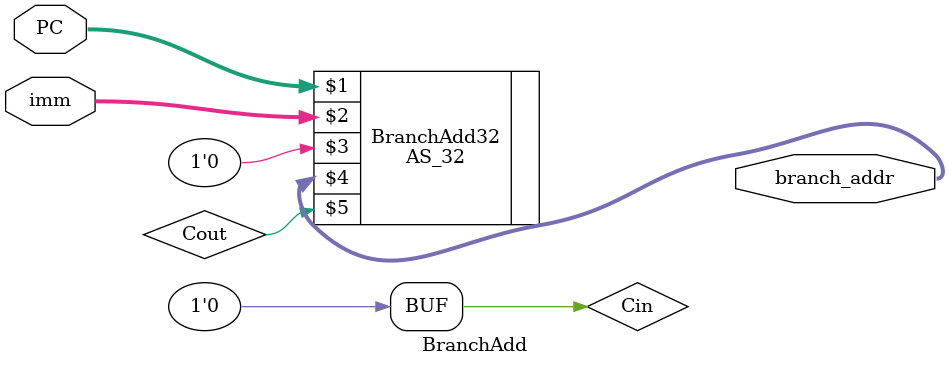
<source format=v>
module BranchAdd(
    input [31:0]PC,
    input [31:0]imm,
    output [31:0]branch_addr
    );
    
    wire Cin,Cout;
  
    assign Cin = 1'b0;
 
    AS_32 BranchAdd32(PC, imm, Cin, branch_addr, Cout);
endmodule

</source>
